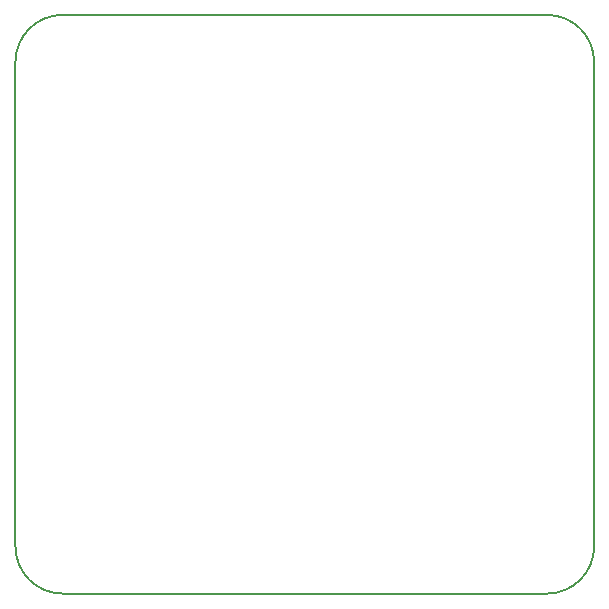
<source format=gbr>
G04 #@! TF.GenerationSoftware,KiCad,Pcbnew,(5.1.5)-3*
G04 #@! TF.CreationDate,2020-04-19T11:52:19-04:00*
G04 #@! TF.ProjectId,RS232_TTL_Male,52533233-325f-4545-944c-5f4d616c652e,1*
G04 #@! TF.SameCoordinates,Original*
G04 #@! TF.FileFunction,Profile,NP*
%FSLAX46Y46*%
G04 Gerber Fmt 4.6, Leading zero omitted, Abs format (unit mm)*
G04 Created by KiCad (PCBNEW (5.1.5)-3) date 2020-04-19 11:52:19*
%MOMM*%
%LPD*%
G04 APERTURE LIST*
%ADD10C,0.150000*%
G04 APERTURE END LIST*
D10*
X150000000Y-112000000D02*
G75*
G02X146000000Y-108000000I0J4000000D01*
G01*
X195000000Y-108000000D02*
G75*
G02X191000000Y-112000000I-4000000J0D01*
G01*
X191000000Y-63000000D02*
G75*
G02X195000000Y-67000000I0J-4000000D01*
G01*
X146000000Y-67000000D02*
G75*
G02X150000000Y-63000000I4000000J0D01*
G01*
X146000000Y-108000000D02*
X146000000Y-67000000D01*
X191000000Y-112000000D02*
X150000000Y-112000000D01*
X195000000Y-67000000D02*
X195000000Y-108000000D01*
X150000000Y-63000000D02*
X191000000Y-63000000D01*
M02*

</source>
